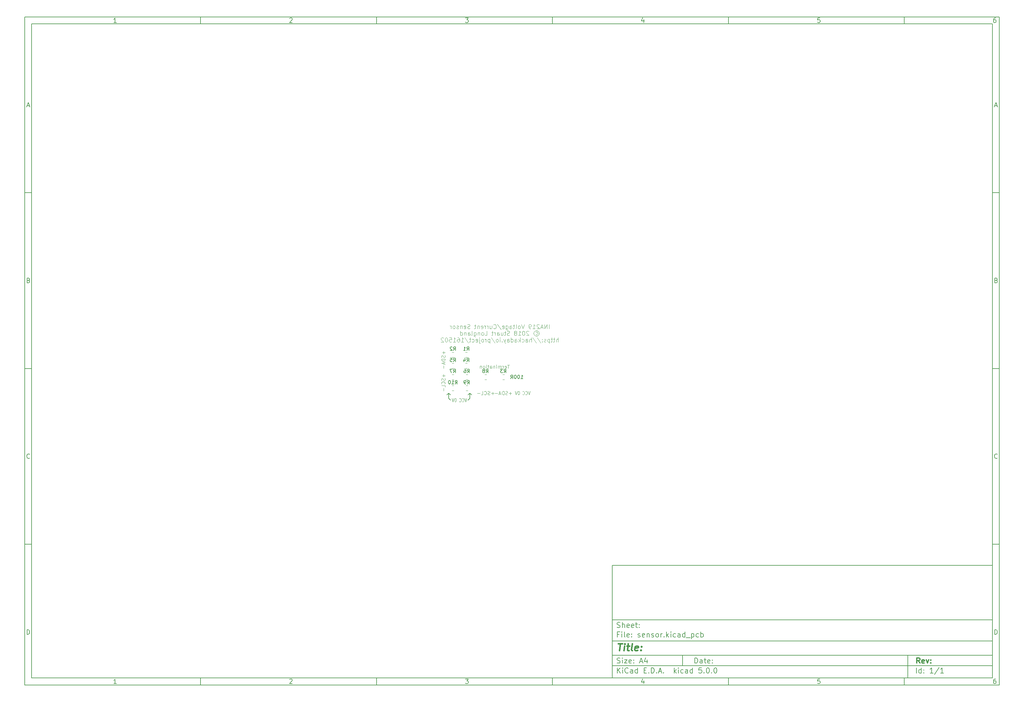
<source format=gbo>
G04 #@! TF.GenerationSoftware,KiCad,Pcbnew,5.0.0*
G04 #@! TF.CreationDate,2018-10-21T13:27:24+10:00*
G04 #@! TF.ProjectId,sensor,73656E736F722E6B696361645F706362,rev?*
G04 #@! TF.SameCoordinates,Original*
G04 #@! TF.FileFunction,Legend,Bot*
G04 #@! TF.FilePolarity,Positive*
%FSLAX46Y46*%
G04 Gerber Fmt 4.6, Leading zero omitted, Abs format (unit mm)*
G04 Created by KiCad (PCBNEW 5.0.0) date Sun Oct 21 13:27:24 2018*
%MOMM*%
%LPD*%
G01*
G04 APERTURE LIST*
%ADD10C,0.100000*%
%ADD11C,0.150000*%
%ADD12C,0.300000*%
%ADD13C,0.400000*%
%ADD14C,0.200000*%
%ADD15C,0.120000*%
G04 APERTURE END LIST*
D10*
D11*
X177002200Y-166007200D02*
X177002200Y-198007200D01*
X285002200Y-198007200D01*
X285002200Y-166007200D01*
X177002200Y-166007200D01*
D10*
D11*
X10000000Y-10000000D02*
X10000000Y-200007200D01*
X287002200Y-200007200D01*
X287002200Y-10000000D01*
X10000000Y-10000000D01*
D10*
D11*
X12000000Y-12000000D02*
X12000000Y-198007200D01*
X285002200Y-198007200D01*
X285002200Y-12000000D01*
X12000000Y-12000000D01*
D10*
D11*
X60000000Y-12000000D02*
X60000000Y-10000000D01*
D10*
D11*
X110000000Y-12000000D02*
X110000000Y-10000000D01*
D10*
D11*
X160000000Y-12000000D02*
X160000000Y-10000000D01*
D10*
D11*
X210000000Y-12000000D02*
X210000000Y-10000000D01*
D10*
D11*
X260000000Y-12000000D02*
X260000000Y-10000000D01*
D10*
D11*
X36065476Y-11588095D02*
X35322619Y-11588095D01*
X35694047Y-11588095D02*
X35694047Y-10288095D01*
X35570238Y-10473809D01*
X35446428Y-10597619D01*
X35322619Y-10659523D01*
D10*
D11*
X85322619Y-10411904D02*
X85384523Y-10350000D01*
X85508333Y-10288095D01*
X85817857Y-10288095D01*
X85941666Y-10350000D01*
X86003571Y-10411904D01*
X86065476Y-10535714D01*
X86065476Y-10659523D01*
X86003571Y-10845238D01*
X85260714Y-11588095D01*
X86065476Y-11588095D01*
D10*
D11*
X135260714Y-10288095D02*
X136065476Y-10288095D01*
X135632142Y-10783333D01*
X135817857Y-10783333D01*
X135941666Y-10845238D01*
X136003571Y-10907142D01*
X136065476Y-11030952D01*
X136065476Y-11340476D01*
X136003571Y-11464285D01*
X135941666Y-11526190D01*
X135817857Y-11588095D01*
X135446428Y-11588095D01*
X135322619Y-11526190D01*
X135260714Y-11464285D01*
D10*
D11*
X185941666Y-10721428D02*
X185941666Y-11588095D01*
X185632142Y-10226190D02*
X185322619Y-11154761D01*
X186127380Y-11154761D01*
D10*
D11*
X236003571Y-10288095D02*
X235384523Y-10288095D01*
X235322619Y-10907142D01*
X235384523Y-10845238D01*
X235508333Y-10783333D01*
X235817857Y-10783333D01*
X235941666Y-10845238D01*
X236003571Y-10907142D01*
X236065476Y-11030952D01*
X236065476Y-11340476D01*
X236003571Y-11464285D01*
X235941666Y-11526190D01*
X235817857Y-11588095D01*
X235508333Y-11588095D01*
X235384523Y-11526190D01*
X235322619Y-11464285D01*
D10*
D11*
X285941666Y-10288095D02*
X285694047Y-10288095D01*
X285570238Y-10350000D01*
X285508333Y-10411904D01*
X285384523Y-10597619D01*
X285322619Y-10845238D01*
X285322619Y-11340476D01*
X285384523Y-11464285D01*
X285446428Y-11526190D01*
X285570238Y-11588095D01*
X285817857Y-11588095D01*
X285941666Y-11526190D01*
X286003571Y-11464285D01*
X286065476Y-11340476D01*
X286065476Y-11030952D01*
X286003571Y-10907142D01*
X285941666Y-10845238D01*
X285817857Y-10783333D01*
X285570238Y-10783333D01*
X285446428Y-10845238D01*
X285384523Y-10907142D01*
X285322619Y-11030952D01*
D10*
D11*
X60000000Y-198007200D02*
X60000000Y-200007200D01*
D10*
D11*
X110000000Y-198007200D02*
X110000000Y-200007200D01*
D10*
D11*
X160000000Y-198007200D02*
X160000000Y-200007200D01*
D10*
D11*
X210000000Y-198007200D02*
X210000000Y-200007200D01*
D10*
D11*
X260000000Y-198007200D02*
X260000000Y-200007200D01*
D10*
D11*
X36065476Y-199595295D02*
X35322619Y-199595295D01*
X35694047Y-199595295D02*
X35694047Y-198295295D01*
X35570238Y-198481009D01*
X35446428Y-198604819D01*
X35322619Y-198666723D01*
D10*
D11*
X85322619Y-198419104D02*
X85384523Y-198357200D01*
X85508333Y-198295295D01*
X85817857Y-198295295D01*
X85941666Y-198357200D01*
X86003571Y-198419104D01*
X86065476Y-198542914D01*
X86065476Y-198666723D01*
X86003571Y-198852438D01*
X85260714Y-199595295D01*
X86065476Y-199595295D01*
D10*
D11*
X135260714Y-198295295D02*
X136065476Y-198295295D01*
X135632142Y-198790533D01*
X135817857Y-198790533D01*
X135941666Y-198852438D01*
X136003571Y-198914342D01*
X136065476Y-199038152D01*
X136065476Y-199347676D01*
X136003571Y-199471485D01*
X135941666Y-199533390D01*
X135817857Y-199595295D01*
X135446428Y-199595295D01*
X135322619Y-199533390D01*
X135260714Y-199471485D01*
D10*
D11*
X185941666Y-198728628D02*
X185941666Y-199595295D01*
X185632142Y-198233390D02*
X185322619Y-199161961D01*
X186127380Y-199161961D01*
D10*
D11*
X236003571Y-198295295D02*
X235384523Y-198295295D01*
X235322619Y-198914342D01*
X235384523Y-198852438D01*
X235508333Y-198790533D01*
X235817857Y-198790533D01*
X235941666Y-198852438D01*
X236003571Y-198914342D01*
X236065476Y-199038152D01*
X236065476Y-199347676D01*
X236003571Y-199471485D01*
X235941666Y-199533390D01*
X235817857Y-199595295D01*
X235508333Y-199595295D01*
X235384523Y-199533390D01*
X235322619Y-199471485D01*
D10*
D11*
X285941666Y-198295295D02*
X285694047Y-198295295D01*
X285570238Y-198357200D01*
X285508333Y-198419104D01*
X285384523Y-198604819D01*
X285322619Y-198852438D01*
X285322619Y-199347676D01*
X285384523Y-199471485D01*
X285446428Y-199533390D01*
X285570238Y-199595295D01*
X285817857Y-199595295D01*
X285941666Y-199533390D01*
X286003571Y-199471485D01*
X286065476Y-199347676D01*
X286065476Y-199038152D01*
X286003571Y-198914342D01*
X285941666Y-198852438D01*
X285817857Y-198790533D01*
X285570238Y-198790533D01*
X285446428Y-198852438D01*
X285384523Y-198914342D01*
X285322619Y-199038152D01*
D10*
D11*
X10000000Y-60000000D02*
X12000000Y-60000000D01*
D10*
D11*
X10000000Y-110000000D02*
X12000000Y-110000000D01*
D10*
D11*
X10000000Y-160000000D02*
X12000000Y-160000000D01*
D10*
D11*
X10690476Y-35216666D02*
X11309523Y-35216666D01*
X10566666Y-35588095D02*
X11000000Y-34288095D01*
X11433333Y-35588095D01*
D10*
D11*
X11092857Y-84907142D02*
X11278571Y-84969047D01*
X11340476Y-85030952D01*
X11402380Y-85154761D01*
X11402380Y-85340476D01*
X11340476Y-85464285D01*
X11278571Y-85526190D01*
X11154761Y-85588095D01*
X10659523Y-85588095D01*
X10659523Y-84288095D01*
X11092857Y-84288095D01*
X11216666Y-84350000D01*
X11278571Y-84411904D01*
X11340476Y-84535714D01*
X11340476Y-84659523D01*
X11278571Y-84783333D01*
X11216666Y-84845238D01*
X11092857Y-84907142D01*
X10659523Y-84907142D01*
D10*
D11*
X11402380Y-135464285D02*
X11340476Y-135526190D01*
X11154761Y-135588095D01*
X11030952Y-135588095D01*
X10845238Y-135526190D01*
X10721428Y-135402380D01*
X10659523Y-135278571D01*
X10597619Y-135030952D01*
X10597619Y-134845238D01*
X10659523Y-134597619D01*
X10721428Y-134473809D01*
X10845238Y-134350000D01*
X11030952Y-134288095D01*
X11154761Y-134288095D01*
X11340476Y-134350000D01*
X11402380Y-134411904D01*
D10*
D11*
X10659523Y-185588095D02*
X10659523Y-184288095D01*
X10969047Y-184288095D01*
X11154761Y-184350000D01*
X11278571Y-184473809D01*
X11340476Y-184597619D01*
X11402380Y-184845238D01*
X11402380Y-185030952D01*
X11340476Y-185278571D01*
X11278571Y-185402380D01*
X11154761Y-185526190D01*
X10969047Y-185588095D01*
X10659523Y-185588095D01*
D10*
D11*
X287002200Y-60000000D02*
X285002200Y-60000000D01*
D10*
D11*
X287002200Y-110000000D02*
X285002200Y-110000000D01*
D10*
D11*
X287002200Y-160000000D02*
X285002200Y-160000000D01*
D10*
D11*
X285692676Y-35216666D02*
X286311723Y-35216666D01*
X285568866Y-35588095D02*
X286002200Y-34288095D01*
X286435533Y-35588095D01*
D10*
D11*
X286095057Y-84907142D02*
X286280771Y-84969047D01*
X286342676Y-85030952D01*
X286404580Y-85154761D01*
X286404580Y-85340476D01*
X286342676Y-85464285D01*
X286280771Y-85526190D01*
X286156961Y-85588095D01*
X285661723Y-85588095D01*
X285661723Y-84288095D01*
X286095057Y-84288095D01*
X286218866Y-84350000D01*
X286280771Y-84411904D01*
X286342676Y-84535714D01*
X286342676Y-84659523D01*
X286280771Y-84783333D01*
X286218866Y-84845238D01*
X286095057Y-84907142D01*
X285661723Y-84907142D01*
D10*
D11*
X286404580Y-135464285D02*
X286342676Y-135526190D01*
X286156961Y-135588095D01*
X286033152Y-135588095D01*
X285847438Y-135526190D01*
X285723628Y-135402380D01*
X285661723Y-135278571D01*
X285599819Y-135030952D01*
X285599819Y-134845238D01*
X285661723Y-134597619D01*
X285723628Y-134473809D01*
X285847438Y-134350000D01*
X286033152Y-134288095D01*
X286156961Y-134288095D01*
X286342676Y-134350000D01*
X286404580Y-134411904D01*
D10*
D11*
X285661723Y-185588095D02*
X285661723Y-184288095D01*
X285971247Y-184288095D01*
X286156961Y-184350000D01*
X286280771Y-184473809D01*
X286342676Y-184597619D01*
X286404580Y-184845238D01*
X286404580Y-185030952D01*
X286342676Y-185278571D01*
X286280771Y-185402380D01*
X286156961Y-185526190D01*
X285971247Y-185588095D01*
X285661723Y-185588095D01*
D10*
D11*
X200434342Y-193785771D02*
X200434342Y-192285771D01*
X200791485Y-192285771D01*
X201005771Y-192357200D01*
X201148628Y-192500057D01*
X201220057Y-192642914D01*
X201291485Y-192928628D01*
X201291485Y-193142914D01*
X201220057Y-193428628D01*
X201148628Y-193571485D01*
X201005771Y-193714342D01*
X200791485Y-193785771D01*
X200434342Y-193785771D01*
X202577200Y-193785771D02*
X202577200Y-193000057D01*
X202505771Y-192857200D01*
X202362914Y-192785771D01*
X202077200Y-192785771D01*
X201934342Y-192857200D01*
X202577200Y-193714342D02*
X202434342Y-193785771D01*
X202077200Y-193785771D01*
X201934342Y-193714342D01*
X201862914Y-193571485D01*
X201862914Y-193428628D01*
X201934342Y-193285771D01*
X202077200Y-193214342D01*
X202434342Y-193214342D01*
X202577200Y-193142914D01*
X203077200Y-192785771D02*
X203648628Y-192785771D01*
X203291485Y-192285771D02*
X203291485Y-193571485D01*
X203362914Y-193714342D01*
X203505771Y-193785771D01*
X203648628Y-193785771D01*
X204720057Y-193714342D02*
X204577200Y-193785771D01*
X204291485Y-193785771D01*
X204148628Y-193714342D01*
X204077200Y-193571485D01*
X204077200Y-193000057D01*
X204148628Y-192857200D01*
X204291485Y-192785771D01*
X204577200Y-192785771D01*
X204720057Y-192857200D01*
X204791485Y-193000057D01*
X204791485Y-193142914D01*
X204077200Y-193285771D01*
X205434342Y-193642914D02*
X205505771Y-193714342D01*
X205434342Y-193785771D01*
X205362914Y-193714342D01*
X205434342Y-193642914D01*
X205434342Y-193785771D01*
X205434342Y-192857200D02*
X205505771Y-192928628D01*
X205434342Y-193000057D01*
X205362914Y-192928628D01*
X205434342Y-192857200D01*
X205434342Y-193000057D01*
D10*
D11*
X177002200Y-194507200D02*
X285002200Y-194507200D01*
D10*
D11*
X178434342Y-196585771D02*
X178434342Y-195085771D01*
X179291485Y-196585771D02*
X178648628Y-195728628D01*
X179291485Y-195085771D02*
X178434342Y-195942914D01*
X179934342Y-196585771D02*
X179934342Y-195585771D01*
X179934342Y-195085771D02*
X179862914Y-195157200D01*
X179934342Y-195228628D01*
X180005771Y-195157200D01*
X179934342Y-195085771D01*
X179934342Y-195228628D01*
X181505771Y-196442914D02*
X181434342Y-196514342D01*
X181220057Y-196585771D01*
X181077200Y-196585771D01*
X180862914Y-196514342D01*
X180720057Y-196371485D01*
X180648628Y-196228628D01*
X180577200Y-195942914D01*
X180577200Y-195728628D01*
X180648628Y-195442914D01*
X180720057Y-195300057D01*
X180862914Y-195157200D01*
X181077200Y-195085771D01*
X181220057Y-195085771D01*
X181434342Y-195157200D01*
X181505771Y-195228628D01*
X182791485Y-196585771D02*
X182791485Y-195800057D01*
X182720057Y-195657200D01*
X182577200Y-195585771D01*
X182291485Y-195585771D01*
X182148628Y-195657200D01*
X182791485Y-196514342D02*
X182648628Y-196585771D01*
X182291485Y-196585771D01*
X182148628Y-196514342D01*
X182077200Y-196371485D01*
X182077200Y-196228628D01*
X182148628Y-196085771D01*
X182291485Y-196014342D01*
X182648628Y-196014342D01*
X182791485Y-195942914D01*
X184148628Y-196585771D02*
X184148628Y-195085771D01*
X184148628Y-196514342D02*
X184005771Y-196585771D01*
X183720057Y-196585771D01*
X183577200Y-196514342D01*
X183505771Y-196442914D01*
X183434342Y-196300057D01*
X183434342Y-195871485D01*
X183505771Y-195728628D01*
X183577200Y-195657200D01*
X183720057Y-195585771D01*
X184005771Y-195585771D01*
X184148628Y-195657200D01*
X186005771Y-195800057D02*
X186505771Y-195800057D01*
X186720057Y-196585771D02*
X186005771Y-196585771D01*
X186005771Y-195085771D01*
X186720057Y-195085771D01*
X187362914Y-196442914D02*
X187434342Y-196514342D01*
X187362914Y-196585771D01*
X187291485Y-196514342D01*
X187362914Y-196442914D01*
X187362914Y-196585771D01*
X188077200Y-196585771D02*
X188077200Y-195085771D01*
X188434342Y-195085771D01*
X188648628Y-195157200D01*
X188791485Y-195300057D01*
X188862914Y-195442914D01*
X188934342Y-195728628D01*
X188934342Y-195942914D01*
X188862914Y-196228628D01*
X188791485Y-196371485D01*
X188648628Y-196514342D01*
X188434342Y-196585771D01*
X188077200Y-196585771D01*
X189577200Y-196442914D02*
X189648628Y-196514342D01*
X189577200Y-196585771D01*
X189505771Y-196514342D01*
X189577200Y-196442914D01*
X189577200Y-196585771D01*
X190220057Y-196157200D02*
X190934342Y-196157200D01*
X190077200Y-196585771D02*
X190577200Y-195085771D01*
X191077200Y-196585771D01*
X191577200Y-196442914D02*
X191648628Y-196514342D01*
X191577200Y-196585771D01*
X191505771Y-196514342D01*
X191577200Y-196442914D01*
X191577200Y-196585771D01*
X194577200Y-196585771D02*
X194577200Y-195085771D01*
X194720057Y-196014342D02*
X195148628Y-196585771D01*
X195148628Y-195585771D02*
X194577200Y-196157200D01*
X195791485Y-196585771D02*
X195791485Y-195585771D01*
X195791485Y-195085771D02*
X195720057Y-195157200D01*
X195791485Y-195228628D01*
X195862914Y-195157200D01*
X195791485Y-195085771D01*
X195791485Y-195228628D01*
X197148628Y-196514342D02*
X197005771Y-196585771D01*
X196720057Y-196585771D01*
X196577200Y-196514342D01*
X196505771Y-196442914D01*
X196434342Y-196300057D01*
X196434342Y-195871485D01*
X196505771Y-195728628D01*
X196577200Y-195657200D01*
X196720057Y-195585771D01*
X197005771Y-195585771D01*
X197148628Y-195657200D01*
X198434342Y-196585771D02*
X198434342Y-195800057D01*
X198362914Y-195657200D01*
X198220057Y-195585771D01*
X197934342Y-195585771D01*
X197791485Y-195657200D01*
X198434342Y-196514342D02*
X198291485Y-196585771D01*
X197934342Y-196585771D01*
X197791485Y-196514342D01*
X197720057Y-196371485D01*
X197720057Y-196228628D01*
X197791485Y-196085771D01*
X197934342Y-196014342D01*
X198291485Y-196014342D01*
X198434342Y-195942914D01*
X199791485Y-196585771D02*
X199791485Y-195085771D01*
X199791485Y-196514342D02*
X199648628Y-196585771D01*
X199362914Y-196585771D01*
X199220057Y-196514342D01*
X199148628Y-196442914D01*
X199077200Y-196300057D01*
X199077200Y-195871485D01*
X199148628Y-195728628D01*
X199220057Y-195657200D01*
X199362914Y-195585771D01*
X199648628Y-195585771D01*
X199791485Y-195657200D01*
X202362914Y-195085771D02*
X201648628Y-195085771D01*
X201577200Y-195800057D01*
X201648628Y-195728628D01*
X201791485Y-195657200D01*
X202148628Y-195657200D01*
X202291485Y-195728628D01*
X202362914Y-195800057D01*
X202434342Y-195942914D01*
X202434342Y-196300057D01*
X202362914Y-196442914D01*
X202291485Y-196514342D01*
X202148628Y-196585771D01*
X201791485Y-196585771D01*
X201648628Y-196514342D01*
X201577200Y-196442914D01*
X203077200Y-196442914D02*
X203148628Y-196514342D01*
X203077200Y-196585771D01*
X203005771Y-196514342D01*
X203077200Y-196442914D01*
X203077200Y-196585771D01*
X204077200Y-195085771D02*
X204220057Y-195085771D01*
X204362914Y-195157200D01*
X204434342Y-195228628D01*
X204505771Y-195371485D01*
X204577200Y-195657200D01*
X204577200Y-196014342D01*
X204505771Y-196300057D01*
X204434342Y-196442914D01*
X204362914Y-196514342D01*
X204220057Y-196585771D01*
X204077200Y-196585771D01*
X203934342Y-196514342D01*
X203862914Y-196442914D01*
X203791485Y-196300057D01*
X203720057Y-196014342D01*
X203720057Y-195657200D01*
X203791485Y-195371485D01*
X203862914Y-195228628D01*
X203934342Y-195157200D01*
X204077200Y-195085771D01*
X205220057Y-196442914D02*
X205291485Y-196514342D01*
X205220057Y-196585771D01*
X205148628Y-196514342D01*
X205220057Y-196442914D01*
X205220057Y-196585771D01*
X206220057Y-195085771D02*
X206362914Y-195085771D01*
X206505771Y-195157200D01*
X206577200Y-195228628D01*
X206648628Y-195371485D01*
X206720057Y-195657200D01*
X206720057Y-196014342D01*
X206648628Y-196300057D01*
X206577200Y-196442914D01*
X206505771Y-196514342D01*
X206362914Y-196585771D01*
X206220057Y-196585771D01*
X206077200Y-196514342D01*
X206005771Y-196442914D01*
X205934342Y-196300057D01*
X205862914Y-196014342D01*
X205862914Y-195657200D01*
X205934342Y-195371485D01*
X206005771Y-195228628D01*
X206077200Y-195157200D01*
X206220057Y-195085771D01*
D10*
D11*
X177002200Y-191507200D02*
X285002200Y-191507200D01*
D10*
D12*
X264411485Y-193785771D02*
X263911485Y-193071485D01*
X263554342Y-193785771D02*
X263554342Y-192285771D01*
X264125771Y-192285771D01*
X264268628Y-192357200D01*
X264340057Y-192428628D01*
X264411485Y-192571485D01*
X264411485Y-192785771D01*
X264340057Y-192928628D01*
X264268628Y-193000057D01*
X264125771Y-193071485D01*
X263554342Y-193071485D01*
X265625771Y-193714342D02*
X265482914Y-193785771D01*
X265197200Y-193785771D01*
X265054342Y-193714342D01*
X264982914Y-193571485D01*
X264982914Y-193000057D01*
X265054342Y-192857200D01*
X265197200Y-192785771D01*
X265482914Y-192785771D01*
X265625771Y-192857200D01*
X265697200Y-193000057D01*
X265697200Y-193142914D01*
X264982914Y-193285771D01*
X266197200Y-192785771D02*
X266554342Y-193785771D01*
X266911485Y-192785771D01*
X267482914Y-193642914D02*
X267554342Y-193714342D01*
X267482914Y-193785771D01*
X267411485Y-193714342D01*
X267482914Y-193642914D01*
X267482914Y-193785771D01*
X267482914Y-192857200D02*
X267554342Y-192928628D01*
X267482914Y-193000057D01*
X267411485Y-192928628D01*
X267482914Y-192857200D01*
X267482914Y-193000057D01*
D10*
D11*
X178362914Y-193714342D02*
X178577200Y-193785771D01*
X178934342Y-193785771D01*
X179077200Y-193714342D01*
X179148628Y-193642914D01*
X179220057Y-193500057D01*
X179220057Y-193357200D01*
X179148628Y-193214342D01*
X179077200Y-193142914D01*
X178934342Y-193071485D01*
X178648628Y-193000057D01*
X178505771Y-192928628D01*
X178434342Y-192857200D01*
X178362914Y-192714342D01*
X178362914Y-192571485D01*
X178434342Y-192428628D01*
X178505771Y-192357200D01*
X178648628Y-192285771D01*
X179005771Y-192285771D01*
X179220057Y-192357200D01*
X179862914Y-193785771D02*
X179862914Y-192785771D01*
X179862914Y-192285771D02*
X179791485Y-192357200D01*
X179862914Y-192428628D01*
X179934342Y-192357200D01*
X179862914Y-192285771D01*
X179862914Y-192428628D01*
X180434342Y-192785771D02*
X181220057Y-192785771D01*
X180434342Y-193785771D01*
X181220057Y-193785771D01*
X182362914Y-193714342D02*
X182220057Y-193785771D01*
X181934342Y-193785771D01*
X181791485Y-193714342D01*
X181720057Y-193571485D01*
X181720057Y-193000057D01*
X181791485Y-192857200D01*
X181934342Y-192785771D01*
X182220057Y-192785771D01*
X182362914Y-192857200D01*
X182434342Y-193000057D01*
X182434342Y-193142914D01*
X181720057Y-193285771D01*
X183077200Y-193642914D02*
X183148628Y-193714342D01*
X183077200Y-193785771D01*
X183005771Y-193714342D01*
X183077200Y-193642914D01*
X183077200Y-193785771D01*
X183077200Y-192857200D02*
X183148628Y-192928628D01*
X183077200Y-193000057D01*
X183005771Y-192928628D01*
X183077200Y-192857200D01*
X183077200Y-193000057D01*
X184862914Y-193357200D02*
X185577200Y-193357200D01*
X184720057Y-193785771D02*
X185220057Y-192285771D01*
X185720057Y-193785771D01*
X186862914Y-192785771D02*
X186862914Y-193785771D01*
X186505771Y-192214342D02*
X186148628Y-193285771D01*
X187077200Y-193285771D01*
D10*
D11*
X263434342Y-196585771D02*
X263434342Y-195085771D01*
X264791485Y-196585771D02*
X264791485Y-195085771D01*
X264791485Y-196514342D02*
X264648628Y-196585771D01*
X264362914Y-196585771D01*
X264220057Y-196514342D01*
X264148628Y-196442914D01*
X264077200Y-196300057D01*
X264077200Y-195871485D01*
X264148628Y-195728628D01*
X264220057Y-195657200D01*
X264362914Y-195585771D01*
X264648628Y-195585771D01*
X264791485Y-195657200D01*
X265505771Y-196442914D02*
X265577200Y-196514342D01*
X265505771Y-196585771D01*
X265434342Y-196514342D01*
X265505771Y-196442914D01*
X265505771Y-196585771D01*
X265505771Y-195657200D02*
X265577200Y-195728628D01*
X265505771Y-195800057D01*
X265434342Y-195728628D01*
X265505771Y-195657200D01*
X265505771Y-195800057D01*
X268148628Y-196585771D02*
X267291485Y-196585771D01*
X267720057Y-196585771D02*
X267720057Y-195085771D01*
X267577200Y-195300057D01*
X267434342Y-195442914D01*
X267291485Y-195514342D01*
X269862914Y-195014342D02*
X268577200Y-196942914D01*
X271148628Y-196585771D02*
X270291485Y-196585771D01*
X270720057Y-196585771D02*
X270720057Y-195085771D01*
X270577200Y-195300057D01*
X270434342Y-195442914D01*
X270291485Y-195514342D01*
D10*
D11*
X177002200Y-187507200D02*
X285002200Y-187507200D01*
D10*
D13*
X178714580Y-188211961D02*
X179857438Y-188211961D01*
X179036009Y-190211961D02*
X179286009Y-188211961D01*
X180274104Y-190211961D02*
X180440771Y-188878628D01*
X180524104Y-188211961D02*
X180416961Y-188307200D01*
X180500295Y-188402438D01*
X180607438Y-188307200D01*
X180524104Y-188211961D01*
X180500295Y-188402438D01*
X181107438Y-188878628D02*
X181869342Y-188878628D01*
X181476485Y-188211961D02*
X181262200Y-189926247D01*
X181333628Y-190116723D01*
X181512200Y-190211961D01*
X181702676Y-190211961D01*
X182655057Y-190211961D02*
X182476485Y-190116723D01*
X182405057Y-189926247D01*
X182619342Y-188211961D01*
X184190771Y-190116723D02*
X183988390Y-190211961D01*
X183607438Y-190211961D01*
X183428866Y-190116723D01*
X183357438Y-189926247D01*
X183452676Y-189164342D01*
X183571723Y-188973866D01*
X183774104Y-188878628D01*
X184155057Y-188878628D01*
X184333628Y-188973866D01*
X184405057Y-189164342D01*
X184381247Y-189354819D01*
X183405057Y-189545295D01*
X185155057Y-190021485D02*
X185238390Y-190116723D01*
X185131247Y-190211961D01*
X185047914Y-190116723D01*
X185155057Y-190021485D01*
X185131247Y-190211961D01*
X185286009Y-188973866D02*
X185369342Y-189069104D01*
X185262200Y-189164342D01*
X185178866Y-189069104D01*
X185286009Y-188973866D01*
X185262200Y-189164342D01*
D10*
D11*
X178934342Y-185600057D02*
X178434342Y-185600057D01*
X178434342Y-186385771D02*
X178434342Y-184885771D01*
X179148628Y-184885771D01*
X179720057Y-186385771D02*
X179720057Y-185385771D01*
X179720057Y-184885771D02*
X179648628Y-184957200D01*
X179720057Y-185028628D01*
X179791485Y-184957200D01*
X179720057Y-184885771D01*
X179720057Y-185028628D01*
X180648628Y-186385771D02*
X180505771Y-186314342D01*
X180434342Y-186171485D01*
X180434342Y-184885771D01*
X181791485Y-186314342D02*
X181648628Y-186385771D01*
X181362914Y-186385771D01*
X181220057Y-186314342D01*
X181148628Y-186171485D01*
X181148628Y-185600057D01*
X181220057Y-185457200D01*
X181362914Y-185385771D01*
X181648628Y-185385771D01*
X181791485Y-185457200D01*
X181862914Y-185600057D01*
X181862914Y-185742914D01*
X181148628Y-185885771D01*
X182505771Y-186242914D02*
X182577200Y-186314342D01*
X182505771Y-186385771D01*
X182434342Y-186314342D01*
X182505771Y-186242914D01*
X182505771Y-186385771D01*
X182505771Y-185457200D02*
X182577200Y-185528628D01*
X182505771Y-185600057D01*
X182434342Y-185528628D01*
X182505771Y-185457200D01*
X182505771Y-185600057D01*
X184291485Y-186314342D02*
X184434342Y-186385771D01*
X184720057Y-186385771D01*
X184862914Y-186314342D01*
X184934342Y-186171485D01*
X184934342Y-186100057D01*
X184862914Y-185957200D01*
X184720057Y-185885771D01*
X184505771Y-185885771D01*
X184362914Y-185814342D01*
X184291485Y-185671485D01*
X184291485Y-185600057D01*
X184362914Y-185457200D01*
X184505771Y-185385771D01*
X184720057Y-185385771D01*
X184862914Y-185457200D01*
X186148628Y-186314342D02*
X186005771Y-186385771D01*
X185720057Y-186385771D01*
X185577200Y-186314342D01*
X185505771Y-186171485D01*
X185505771Y-185600057D01*
X185577200Y-185457200D01*
X185720057Y-185385771D01*
X186005771Y-185385771D01*
X186148628Y-185457200D01*
X186220057Y-185600057D01*
X186220057Y-185742914D01*
X185505771Y-185885771D01*
X186862914Y-185385771D02*
X186862914Y-186385771D01*
X186862914Y-185528628D02*
X186934342Y-185457200D01*
X187077200Y-185385771D01*
X187291485Y-185385771D01*
X187434342Y-185457200D01*
X187505771Y-185600057D01*
X187505771Y-186385771D01*
X188148628Y-186314342D02*
X188291485Y-186385771D01*
X188577200Y-186385771D01*
X188720057Y-186314342D01*
X188791485Y-186171485D01*
X188791485Y-186100057D01*
X188720057Y-185957200D01*
X188577200Y-185885771D01*
X188362914Y-185885771D01*
X188220057Y-185814342D01*
X188148628Y-185671485D01*
X188148628Y-185600057D01*
X188220057Y-185457200D01*
X188362914Y-185385771D01*
X188577200Y-185385771D01*
X188720057Y-185457200D01*
X189648628Y-186385771D02*
X189505771Y-186314342D01*
X189434342Y-186242914D01*
X189362914Y-186100057D01*
X189362914Y-185671485D01*
X189434342Y-185528628D01*
X189505771Y-185457200D01*
X189648628Y-185385771D01*
X189862914Y-185385771D01*
X190005771Y-185457200D01*
X190077200Y-185528628D01*
X190148628Y-185671485D01*
X190148628Y-186100057D01*
X190077200Y-186242914D01*
X190005771Y-186314342D01*
X189862914Y-186385771D01*
X189648628Y-186385771D01*
X190791485Y-186385771D02*
X190791485Y-185385771D01*
X190791485Y-185671485D02*
X190862914Y-185528628D01*
X190934342Y-185457200D01*
X191077200Y-185385771D01*
X191220057Y-185385771D01*
X191720057Y-186242914D02*
X191791485Y-186314342D01*
X191720057Y-186385771D01*
X191648628Y-186314342D01*
X191720057Y-186242914D01*
X191720057Y-186385771D01*
X192434342Y-186385771D02*
X192434342Y-184885771D01*
X192577200Y-185814342D02*
X193005771Y-186385771D01*
X193005771Y-185385771D02*
X192434342Y-185957200D01*
X193648628Y-186385771D02*
X193648628Y-185385771D01*
X193648628Y-184885771D02*
X193577200Y-184957200D01*
X193648628Y-185028628D01*
X193720057Y-184957200D01*
X193648628Y-184885771D01*
X193648628Y-185028628D01*
X195005771Y-186314342D02*
X194862914Y-186385771D01*
X194577200Y-186385771D01*
X194434342Y-186314342D01*
X194362914Y-186242914D01*
X194291485Y-186100057D01*
X194291485Y-185671485D01*
X194362914Y-185528628D01*
X194434342Y-185457200D01*
X194577200Y-185385771D01*
X194862914Y-185385771D01*
X195005771Y-185457200D01*
X196291485Y-186385771D02*
X196291485Y-185600057D01*
X196220057Y-185457200D01*
X196077200Y-185385771D01*
X195791485Y-185385771D01*
X195648628Y-185457200D01*
X196291485Y-186314342D02*
X196148628Y-186385771D01*
X195791485Y-186385771D01*
X195648628Y-186314342D01*
X195577200Y-186171485D01*
X195577200Y-186028628D01*
X195648628Y-185885771D01*
X195791485Y-185814342D01*
X196148628Y-185814342D01*
X196291485Y-185742914D01*
X197648628Y-186385771D02*
X197648628Y-184885771D01*
X197648628Y-186314342D02*
X197505771Y-186385771D01*
X197220057Y-186385771D01*
X197077200Y-186314342D01*
X197005771Y-186242914D01*
X196934342Y-186100057D01*
X196934342Y-185671485D01*
X197005771Y-185528628D01*
X197077200Y-185457200D01*
X197220057Y-185385771D01*
X197505771Y-185385771D01*
X197648628Y-185457200D01*
X198005771Y-186528628D02*
X199148628Y-186528628D01*
X199505771Y-185385771D02*
X199505771Y-186885771D01*
X199505771Y-185457200D02*
X199648628Y-185385771D01*
X199934342Y-185385771D01*
X200077200Y-185457200D01*
X200148628Y-185528628D01*
X200220057Y-185671485D01*
X200220057Y-186100057D01*
X200148628Y-186242914D01*
X200077200Y-186314342D01*
X199934342Y-186385771D01*
X199648628Y-186385771D01*
X199505771Y-186314342D01*
X201505771Y-186314342D02*
X201362914Y-186385771D01*
X201077200Y-186385771D01*
X200934342Y-186314342D01*
X200862914Y-186242914D01*
X200791485Y-186100057D01*
X200791485Y-185671485D01*
X200862914Y-185528628D01*
X200934342Y-185457200D01*
X201077200Y-185385771D01*
X201362914Y-185385771D01*
X201505771Y-185457200D01*
X202148628Y-186385771D02*
X202148628Y-184885771D01*
X202148628Y-185457200D02*
X202291485Y-185385771D01*
X202577200Y-185385771D01*
X202720057Y-185457200D01*
X202791485Y-185528628D01*
X202862914Y-185671485D01*
X202862914Y-186100057D01*
X202791485Y-186242914D01*
X202720057Y-186314342D01*
X202577200Y-186385771D01*
X202291485Y-186385771D01*
X202148628Y-186314342D01*
D10*
D11*
X177002200Y-181507200D02*
X285002200Y-181507200D01*
D10*
D11*
X178362914Y-183614342D02*
X178577200Y-183685771D01*
X178934342Y-183685771D01*
X179077200Y-183614342D01*
X179148628Y-183542914D01*
X179220057Y-183400057D01*
X179220057Y-183257200D01*
X179148628Y-183114342D01*
X179077200Y-183042914D01*
X178934342Y-182971485D01*
X178648628Y-182900057D01*
X178505771Y-182828628D01*
X178434342Y-182757200D01*
X178362914Y-182614342D01*
X178362914Y-182471485D01*
X178434342Y-182328628D01*
X178505771Y-182257200D01*
X178648628Y-182185771D01*
X179005771Y-182185771D01*
X179220057Y-182257200D01*
X179862914Y-183685771D02*
X179862914Y-182185771D01*
X180505771Y-183685771D02*
X180505771Y-182900057D01*
X180434342Y-182757200D01*
X180291485Y-182685771D01*
X180077200Y-182685771D01*
X179934342Y-182757200D01*
X179862914Y-182828628D01*
X181791485Y-183614342D02*
X181648628Y-183685771D01*
X181362914Y-183685771D01*
X181220057Y-183614342D01*
X181148628Y-183471485D01*
X181148628Y-182900057D01*
X181220057Y-182757200D01*
X181362914Y-182685771D01*
X181648628Y-182685771D01*
X181791485Y-182757200D01*
X181862914Y-182900057D01*
X181862914Y-183042914D01*
X181148628Y-183185771D01*
X183077200Y-183614342D02*
X182934342Y-183685771D01*
X182648628Y-183685771D01*
X182505771Y-183614342D01*
X182434342Y-183471485D01*
X182434342Y-182900057D01*
X182505771Y-182757200D01*
X182648628Y-182685771D01*
X182934342Y-182685771D01*
X183077200Y-182757200D01*
X183148628Y-182900057D01*
X183148628Y-183042914D01*
X182434342Y-183185771D01*
X183577200Y-182685771D02*
X184148628Y-182685771D01*
X183791485Y-182185771D02*
X183791485Y-183471485D01*
X183862914Y-183614342D01*
X184005771Y-183685771D01*
X184148628Y-183685771D01*
X184648628Y-183542914D02*
X184720057Y-183614342D01*
X184648628Y-183685771D01*
X184577200Y-183614342D01*
X184648628Y-183542914D01*
X184648628Y-183685771D01*
X184648628Y-182757200D02*
X184720057Y-182828628D01*
X184648628Y-182900057D01*
X184577200Y-182828628D01*
X184648628Y-182757200D01*
X184648628Y-182900057D01*
D10*
D11*
X197002200Y-191507200D02*
X197002200Y-194507200D01*
D10*
D11*
X261002200Y-191507200D02*
X261002200Y-198007200D01*
D14*
X136500000Y-117000000D02*
X136000000Y-117500000D01*
X137000000Y-117500000D02*
X136500000Y-117000000D01*
X136500000Y-117000000D02*
X137000000Y-117500000D01*
X136500000Y-118500000D02*
X136500000Y-117000000D01*
X136000000Y-119000000D02*
X136500000Y-118500000D01*
X130000000Y-117500000D02*
X130500000Y-117000000D01*
X131000000Y-117500000D02*
X130500000Y-117000000D01*
X130500000Y-118500000D02*
X130500000Y-117000000D01*
X131000000Y-119000000D02*
X130500000Y-118500000D01*
D10*
X135595238Y-118452380D02*
X135328571Y-119452380D01*
X135061904Y-118452380D01*
X134338095Y-119357142D02*
X134376190Y-119404761D01*
X134490476Y-119452380D01*
X134566666Y-119452380D01*
X134680952Y-119404761D01*
X134757142Y-119309523D01*
X134795238Y-119214285D01*
X134833333Y-119023809D01*
X134833333Y-118880952D01*
X134795238Y-118690476D01*
X134757142Y-118595238D01*
X134680952Y-118500000D01*
X134566666Y-118452380D01*
X134490476Y-118452380D01*
X134376190Y-118500000D01*
X134338095Y-118547619D01*
X133538095Y-119357142D02*
X133576190Y-119404761D01*
X133690476Y-119452380D01*
X133766666Y-119452380D01*
X133880952Y-119404761D01*
X133957142Y-119309523D01*
X133995238Y-119214285D01*
X134033333Y-119023809D01*
X134033333Y-118880952D01*
X133995238Y-118690476D01*
X133957142Y-118595238D01*
X133880952Y-118500000D01*
X133766666Y-118452380D01*
X133690476Y-118452380D01*
X133576190Y-118500000D01*
X133538095Y-118547619D01*
X132433333Y-118452380D02*
X132357142Y-118452380D01*
X132280952Y-118500000D01*
X132242857Y-118547619D01*
X132204761Y-118642857D01*
X132166666Y-118833333D01*
X132166666Y-119071428D01*
X132204761Y-119261904D01*
X132242857Y-119357142D01*
X132280952Y-119404761D01*
X132357142Y-119452380D01*
X132433333Y-119452380D01*
X132509523Y-119404761D01*
X132547619Y-119357142D01*
X132585714Y-119261904D01*
X132623809Y-119071428D01*
X132623809Y-118833333D01*
X132585714Y-118642857D01*
X132547619Y-118547619D01*
X132509523Y-118500000D01*
X132433333Y-118452380D01*
X131938095Y-118452380D02*
X131671428Y-119452380D01*
X131404761Y-118452380D01*
X129071428Y-105095238D02*
X129071428Y-105857142D01*
X129452380Y-105476190D02*
X128690476Y-105476190D01*
X129404761Y-106285714D02*
X129452380Y-106428571D01*
X129452380Y-106666666D01*
X129404761Y-106761904D01*
X129357142Y-106809523D01*
X129261904Y-106857142D01*
X129166666Y-106857142D01*
X129071428Y-106809523D01*
X129023809Y-106761904D01*
X128976190Y-106666666D01*
X128928571Y-106476190D01*
X128880952Y-106380952D01*
X128833333Y-106333333D01*
X128738095Y-106285714D01*
X128642857Y-106285714D01*
X128547619Y-106333333D01*
X128500000Y-106380952D01*
X128452380Y-106476190D01*
X128452380Y-106714285D01*
X128500000Y-106857142D01*
X129452380Y-107285714D02*
X128452380Y-107285714D01*
X128452380Y-107523809D01*
X128500000Y-107666666D01*
X128595238Y-107761904D01*
X128690476Y-107809523D01*
X128880952Y-107857142D01*
X129023809Y-107857142D01*
X129214285Y-107809523D01*
X129309523Y-107761904D01*
X129404761Y-107666666D01*
X129452380Y-107523809D01*
X129452380Y-107285714D01*
X129166666Y-108238095D02*
X129166666Y-108714285D01*
X129452380Y-108142857D02*
X128452380Y-108476190D01*
X129452380Y-108809523D01*
X129071428Y-109142857D02*
X129071428Y-109904761D01*
X129071428Y-111619047D02*
X129071428Y-112380952D01*
X129452380Y-112000000D02*
X128690476Y-112000000D01*
X129404761Y-112809523D02*
X129452380Y-112952380D01*
X129452380Y-113190476D01*
X129404761Y-113285714D01*
X129357142Y-113333333D01*
X129261904Y-113380952D01*
X129166666Y-113380952D01*
X129071428Y-113333333D01*
X129023809Y-113285714D01*
X128976190Y-113190476D01*
X128928571Y-113000000D01*
X128880952Y-112904761D01*
X128833333Y-112857142D01*
X128738095Y-112809523D01*
X128642857Y-112809523D01*
X128547619Y-112857142D01*
X128500000Y-112904761D01*
X128452380Y-113000000D01*
X128452380Y-113238095D01*
X128500000Y-113380952D01*
X129357142Y-114380952D02*
X129404761Y-114333333D01*
X129452380Y-114190476D01*
X129452380Y-114095238D01*
X129404761Y-113952380D01*
X129309523Y-113857142D01*
X129214285Y-113809523D01*
X129023809Y-113761904D01*
X128880952Y-113761904D01*
X128690476Y-113809523D01*
X128595238Y-113857142D01*
X128500000Y-113952380D01*
X128452380Y-114095238D01*
X128452380Y-114190476D01*
X128500000Y-114333333D01*
X128547619Y-114380952D01*
X129452380Y-115285714D02*
X129452380Y-114809523D01*
X128452380Y-114809523D01*
X129071428Y-115619047D02*
X129071428Y-116380952D01*
X153595238Y-116452380D02*
X153328571Y-117452380D01*
X153061904Y-116452380D01*
X152338095Y-117357142D02*
X152376190Y-117404761D01*
X152490476Y-117452380D01*
X152566666Y-117452380D01*
X152680952Y-117404761D01*
X152757142Y-117309523D01*
X152795238Y-117214285D01*
X152833333Y-117023809D01*
X152833333Y-116880952D01*
X152795238Y-116690476D01*
X152757142Y-116595238D01*
X152680952Y-116500000D01*
X152566666Y-116452380D01*
X152490476Y-116452380D01*
X152376190Y-116500000D01*
X152338095Y-116547619D01*
X151538095Y-117357142D02*
X151576190Y-117404761D01*
X151690476Y-117452380D01*
X151766666Y-117452380D01*
X151880952Y-117404761D01*
X151957142Y-117309523D01*
X151995238Y-117214285D01*
X152033333Y-117023809D01*
X152033333Y-116880952D01*
X151995238Y-116690476D01*
X151957142Y-116595238D01*
X151880952Y-116500000D01*
X151766666Y-116452380D01*
X151690476Y-116452380D01*
X151576190Y-116500000D01*
X151538095Y-116547619D01*
X150433333Y-116452380D02*
X150357142Y-116452380D01*
X150280952Y-116500000D01*
X150242857Y-116547619D01*
X150204761Y-116642857D01*
X150166666Y-116833333D01*
X150166666Y-117071428D01*
X150204761Y-117261904D01*
X150242857Y-117357142D01*
X150280952Y-117404761D01*
X150357142Y-117452380D01*
X150433333Y-117452380D01*
X150509523Y-117404761D01*
X150547619Y-117357142D01*
X150585714Y-117261904D01*
X150623809Y-117071428D01*
X150623809Y-116833333D01*
X150585714Y-116642857D01*
X150547619Y-116547619D01*
X150509523Y-116500000D01*
X150433333Y-116452380D01*
X149938095Y-116452380D02*
X149671428Y-117452380D01*
X149404761Y-116452380D01*
X143380952Y-117071428D02*
X142619047Y-117071428D01*
X143000000Y-117452380D02*
X143000000Y-116690476D01*
X142190476Y-117404761D02*
X142047619Y-117452380D01*
X141809523Y-117452380D01*
X141714285Y-117404761D01*
X141666666Y-117357142D01*
X141619047Y-117261904D01*
X141619047Y-117166666D01*
X141666666Y-117071428D01*
X141714285Y-117023809D01*
X141809523Y-116976190D01*
X142000000Y-116928571D01*
X142095238Y-116880952D01*
X142142857Y-116833333D01*
X142190476Y-116738095D01*
X142190476Y-116642857D01*
X142142857Y-116547619D01*
X142095238Y-116500000D01*
X142000000Y-116452380D01*
X141761904Y-116452380D01*
X141619047Y-116500000D01*
X140619047Y-117357142D02*
X140666666Y-117404761D01*
X140809523Y-117452380D01*
X140904761Y-117452380D01*
X141047619Y-117404761D01*
X141142857Y-117309523D01*
X141190476Y-117214285D01*
X141238095Y-117023809D01*
X141238095Y-116880952D01*
X141190476Y-116690476D01*
X141142857Y-116595238D01*
X141047619Y-116500000D01*
X140904761Y-116452380D01*
X140809523Y-116452380D01*
X140666666Y-116500000D01*
X140619047Y-116547619D01*
X139714285Y-117452380D02*
X140190476Y-117452380D01*
X140190476Y-116452380D01*
X139380952Y-117071428D02*
X138619047Y-117071428D01*
X148404761Y-117071428D02*
X147642857Y-117071428D01*
X148023809Y-117452380D02*
X148023809Y-116690476D01*
X147214285Y-117404761D02*
X147071428Y-117452380D01*
X146833333Y-117452380D01*
X146738095Y-117404761D01*
X146690476Y-117357142D01*
X146642857Y-117261904D01*
X146642857Y-117166666D01*
X146690476Y-117071428D01*
X146738095Y-117023809D01*
X146833333Y-116976190D01*
X147023809Y-116928571D01*
X147119047Y-116880952D01*
X147166666Y-116833333D01*
X147214285Y-116738095D01*
X147214285Y-116642857D01*
X147166666Y-116547619D01*
X147119047Y-116500000D01*
X147023809Y-116452380D01*
X146785714Y-116452380D01*
X146642857Y-116500000D01*
X146214285Y-117452380D02*
X146214285Y-116452380D01*
X145976190Y-116452380D01*
X145833333Y-116500000D01*
X145738095Y-116595238D01*
X145690476Y-116690476D01*
X145642857Y-116880952D01*
X145642857Y-117023809D01*
X145690476Y-117214285D01*
X145738095Y-117309523D01*
X145833333Y-117404761D01*
X145976190Y-117452380D01*
X146214285Y-117452380D01*
X145261904Y-117166666D02*
X144785714Y-117166666D01*
X145357142Y-117452380D02*
X145023809Y-116452380D01*
X144690476Y-117452380D01*
X144357142Y-117071428D02*
X143595238Y-117071428D01*
X147761904Y-108952380D02*
X147190476Y-108952380D01*
X147476190Y-109952380D02*
X147476190Y-108952380D01*
X146476190Y-109904761D02*
X146571428Y-109952380D01*
X146761904Y-109952380D01*
X146857142Y-109904761D01*
X146904761Y-109809523D01*
X146904761Y-109428571D01*
X146857142Y-109333333D01*
X146761904Y-109285714D01*
X146571428Y-109285714D01*
X146476190Y-109333333D01*
X146428571Y-109428571D01*
X146428571Y-109523809D01*
X146904761Y-109619047D01*
X146000000Y-109952380D02*
X146000000Y-109285714D01*
X146000000Y-109476190D02*
X145952380Y-109380952D01*
X145904761Y-109333333D01*
X145809523Y-109285714D01*
X145714285Y-109285714D01*
X145380952Y-109952380D02*
X145380952Y-109285714D01*
X145380952Y-109380952D02*
X145333333Y-109333333D01*
X145238095Y-109285714D01*
X145095238Y-109285714D01*
X145000000Y-109333333D01*
X144952380Y-109428571D01*
X144952380Y-109952380D01*
X144952380Y-109428571D02*
X144904761Y-109333333D01*
X144809523Y-109285714D01*
X144666666Y-109285714D01*
X144571428Y-109333333D01*
X144523809Y-109428571D01*
X144523809Y-109952380D01*
X144047619Y-109952380D02*
X144047619Y-109285714D01*
X144047619Y-108952380D02*
X144095238Y-109000000D01*
X144047619Y-109047619D01*
X144000000Y-109000000D01*
X144047619Y-108952380D01*
X144047619Y-109047619D01*
X143571428Y-109285714D02*
X143571428Y-109952380D01*
X143571428Y-109380952D02*
X143523809Y-109333333D01*
X143428571Y-109285714D01*
X143285714Y-109285714D01*
X143190476Y-109333333D01*
X143142857Y-109428571D01*
X143142857Y-109952380D01*
X142238095Y-109952380D02*
X142238095Y-109428571D01*
X142285714Y-109333333D01*
X142380952Y-109285714D01*
X142571428Y-109285714D01*
X142666666Y-109333333D01*
X142238095Y-109904761D02*
X142333333Y-109952380D01*
X142571428Y-109952380D01*
X142666666Y-109904761D01*
X142714285Y-109809523D01*
X142714285Y-109714285D01*
X142666666Y-109619047D01*
X142571428Y-109571428D01*
X142333333Y-109571428D01*
X142238095Y-109523809D01*
X141904761Y-109285714D02*
X141523809Y-109285714D01*
X141761904Y-108952380D02*
X141761904Y-109809523D01*
X141714285Y-109904761D01*
X141619047Y-109952380D01*
X141523809Y-109952380D01*
X141190476Y-109952380D02*
X141190476Y-109285714D01*
X141190476Y-108952380D02*
X141238095Y-109000000D01*
X141190476Y-109047619D01*
X141142857Y-109000000D01*
X141190476Y-108952380D01*
X141190476Y-109047619D01*
X140571428Y-109952380D02*
X140666666Y-109904761D01*
X140714285Y-109857142D01*
X140761904Y-109761904D01*
X140761904Y-109476190D01*
X140714285Y-109380952D01*
X140666666Y-109333333D01*
X140571428Y-109285714D01*
X140428571Y-109285714D01*
X140333333Y-109333333D01*
X140285714Y-109380952D01*
X140238095Y-109476190D01*
X140238095Y-109761904D01*
X140285714Y-109857142D01*
X140333333Y-109904761D01*
X140428571Y-109952380D01*
X140571428Y-109952380D01*
X139809523Y-109285714D02*
X139809523Y-109952380D01*
X139809523Y-109380952D02*
X139761904Y-109333333D01*
X139666666Y-109285714D01*
X139523809Y-109285714D01*
X139428571Y-109333333D01*
X139380952Y-109428571D01*
X139380952Y-109952380D01*
X159028571Y-98642857D02*
X159028571Y-97442857D01*
X158457142Y-98642857D02*
X158457142Y-97442857D01*
X157771428Y-98642857D01*
X157771428Y-97442857D01*
X157257142Y-98300000D02*
X156685714Y-98300000D01*
X157371428Y-98642857D02*
X156971428Y-97442857D01*
X156571428Y-98642857D01*
X156228571Y-97557142D02*
X156171428Y-97500000D01*
X156057142Y-97442857D01*
X155771428Y-97442857D01*
X155657142Y-97500000D01*
X155600000Y-97557142D01*
X155542857Y-97671428D01*
X155542857Y-97785714D01*
X155600000Y-97957142D01*
X156285714Y-98642857D01*
X155542857Y-98642857D01*
X154400000Y-98642857D02*
X155085714Y-98642857D01*
X154742857Y-98642857D02*
X154742857Y-97442857D01*
X154857142Y-97614285D01*
X154971428Y-97728571D01*
X155085714Y-97785714D01*
X153828571Y-98642857D02*
X153600000Y-98642857D01*
X153485714Y-98585714D01*
X153428571Y-98528571D01*
X153314285Y-98357142D01*
X153257142Y-98128571D01*
X153257142Y-97671428D01*
X153314285Y-97557142D01*
X153371428Y-97500000D01*
X153485714Y-97442857D01*
X153714285Y-97442857D01*
X153828571Y-97500000D01*
X153885714Y-97557142D01*
X153942857Y-97671428D01*
X153942857Y-97957142D01*
X153885714Y-98071428D01*
X153828571Y-98128571D01*
X153714285Y-98185714D01*
X153485714Y-98185714D01*
X153371428Y-98128571D01*
X153314285Y-98071428D01*
X153257142Y-97957142D01*
X152000000Y-97442857D02*
X151600000Y-98642857D01*
X151200000Y-97442857D01*
X150628571Y-98642857D02*
X150742857Y-98585714D01*
X150800000Y-98528571D01*
X150857142Y-98414285D01*
X150857142Y-98071428D01*
X150800000Y-97957142D01*
X150742857Y-97900000D01*
X150628571Y-97842857D01*
X150457142Y-97842857D01*
X150342857Y-97900000D01*
X150285714Y-97957142D01*
X150228571Y-98071428D01*
X150228571Y-98414285D01*
X150285714Y-98528571D01*
X150342857Y-98585714D01*
X150457142Y-98642857D01*
X150628571Y-98642857D01*
X149542857Y-98642857D02*
X149657142Y-98585714D01*
X149714285Y-98471428D01*
X149714285Y-97442857D01*
X149257142Y-97842857D02*
X148800000Y-97842857D01*
X149085714Y-97442857D02*
X149085714Y-98471428D01*
X149028571Y-98585714D01*
X148914285Y-98642857D01*
X148800000Y-98642857D01*
X147885714Y-98642857D02*
X147885714Y-98014285D01*
X147942857Y-97900000D01*
X148057142Y-97842857D01*
X148285714Y-97842857D01*
X148400000Y-97900000D01*
X147885714Y-98585714D02*
X148000000Y-98642857D01*
X148285714Y-98642857D01*
X148400000Y-98585714D01*
X148457142Y-98471428D01*
X148457142Y-98357142D01*
X148400000Y-98242857D01*
X148285714Y-98185714D01*
X148000000Y-98185714D01*
X147885714Y-98128571D01*
X146800000Y-97842857D02*
X146800000Y-98814285D01*
X146857142Y-98928571D01*
X146914285Y-98985714D01*
X147028571Y-99042857D01*
X147200000Y-99042857D01*
X147314285Y-98985714D01*
X146800000Y-98585714D02*
X146914285Y-98642857D01*
X147142857Y-98642857D01*
X147257142Y-98585714D01*
X147314285Y-98528571D01*
X147371428Y-98414285D01*
X147371428Y-98071428D01*
X147314285Y-97957142D01*
X147257142Y-97900000D01*
X147142857Y-97842857D01*
X146914285Y-97842857D01*
X146800000Y-97900000D01*
X145771428Y-98585714D02*
X145885714Y-98642857D01*
X146114285Y-98642857D01*
X146228571Y-98585714D01*
X146285714Y-98471428D01*
X146285714Y-98014285D01*
X146228571Y-97900000D01*
X146114285Y-97842857D01*
X145885714Y-97842857D01*
X145771428Y-97900000D01*
X145714285Y-98014285D01*
X145714285Y-98128571D01*
X146285714Y-98242857D01*
X144342857Y-97385714D02*
X145371428Y-98928571D01*
X143257142Y-98528571D02*
X143314285Y-98585714D01*
X143485714Y-98642857D01*
X143600000Y-98642857D01*
X143771428Y-98585714D01*
X143885714Y-98471428D01*
X143942857Y-98357142D01*
X144000000Y-98128571D01*
X144000000Y-97957142D01*
X143942857Y-97728571D01*
X143885714Y-97614285D01*
X143771428Y-97500000D01*
X143600000Y-97442857D01*
X143485714Y-97442857D01*
X143314285Y-97500000D01*
X143257142Y-97557142D01*
X142228571Y-97842857D02*
X142228571Y-98642857D01*
X142742857Y-97842857D02*
X142742857Y-98471428D01*
X142685714Y-98585714D01*
X142571428Y-98642857D01*
X142400000Y-98642857D01*
X142285714Y-98585714D01*
X142228571Y-98528571D01*
X141657142Y-98642857D02*
X141657142Y-97842857D01*
X141657142Y-98071428D02*
X141600000Y-97957142D01*
X141542857Y-97900000D01*
X141428571Y-97842857D01*
X141314285Y-97842857D01*
X140914285Y-98642857D02*
X140914285Y-97842857D01*
X140914285Y-98071428D02*
X140857142Y-97957142D01*
X140800000Y-97900000D01*
X140685714Y-97842857D01*
X140571428Y-97842857D01*
X139714285Y-98585714D02*
X139828571Y-98642857D01*
X140057142Y-98642857D01*
X140171428Y-98585714D01*
X140228571Y-98471428D01*
X140228571Y-98014285D01*
X140171428Y-97900000D01*
X140057142Y-97842857D01*
X139828571Y-97842857D01*
X139714285Y-97900000D01*
X139657142Y-98014285D01*
X139657142Y-98128571D01*
X140228571Y-98242857D01*
X139142857Y-97842857D02*
X139142857Y-98642857D01*
X139142857Y-97957142D02*
X139085714Y-97900000D01*
X138971428Y-97842857D01*
X138800000Y-97842857D01*
X138685714Y-97900000D01*
X138628571Y-98014285D01*
X138628571Y-98642857D01*
X138228571Y-97842857D02*
X137771428Y-97842857D01*
X138057142Y-97442857D02*
X138057142Y-98471428D01*
X138000000Y-98585714D01*
X137885714Y-98642857D01*
X137771428Y-98642857D01*
X136514285Y-98585714D02*
X136342857Y-98642857D01*
X136057142Y-98642857D01*
X135942857Y-98585714D01*
X135885714Y-98528571D01*
X135828571Y-98414285D01*
X135828571Y-98300000D01*
X135885714Y-98185714D01*
X135942857Y-98128571D01*
X136057142Y-98071428D01*
X136285714Y-98014285D01*
X136400000Y-97957142D01*
X136457142Y-97900000D01*
X136514285Y-97785714D01*
X136514285Y-97671428D01*
X136457142Y-97557142D01*
X136400000Y-97500000D01*
X136285714Y-97442857D01*
X136000000Y-97442857D01*
X135828571Y-97500000D01*
X134857142Y-98585714D02*
X134971428Y-98642857D01*
X135200000Y-98642857D01*
X135314285Y-98585714D01*
X135371428Y-98471428D01*
X135371428Y-98014285D01*
X135314285Y-97900000D01*
X135200000Y-97842857D01*
X134971428Y-97842857D01*
X134857142Y-97900000D01*
X134800000Y-98014285D01*
X134800000Y-98128571D01*
X135371428Y-98242857D01*
X134285714Y-97842857D02*
X134285714Y-98642857D01*
X134285714Y-97957142D02*
X134228571Y-97900000D01*
X134114285Y-97842857D01*
X133942857Y-97842857D01*
X133828571Y-97900000D01*
X133771428Y-98014285D01*
X133771428Y-98642857D01*
X133257142Y-98585714D02*
X133142857Y-98642857D01*
X132914285Y-98642857D01*
X132800000Y-98585714D01*
X132742857Y-98471428D01*
X132742857Y-98414285D01*
X132800000Y-98300000D01*
X132914285Y-98242857D01*
X133085714Y-98242857D01*
X133200000Y-98185714D01*
X133257142Y-98071428D01*
X133257142Y-98014285D01*
X133200000Y-97900000D01*
X133085714Y-97842857D01*
X132914285Y-97842857D01*
X132800000Y-97900000D01*
X132057142Y-98642857D02*
X132171428Y-98585714D01*
X132228571Y-98528571D01*
X132285714Y-98414285D01*
X132285714Y-98071428D01*
X132228571Y-97957142D01*
X132171428Y-97900000D01*
X132057142Y-97842857D01*
X131885714Y-97842857D01*
X131771428Y-97900000D01*
X131714285Y-97957142D01*
X131657142Y-98071428D01*
X131657142Y-98414285D01*
X131714285Y-98528571D01*
X131771428Y-98585714D01*
X131885714Y-98642857D01*
X132057142Y-98642857D01*
X131142857Y-98642857D02*
X131142857Y-97842857D01*
X131142857Y-98071428D02*
X131085714Y-97957142D01*
X131028571Y-97900000D01*
X130914285Y-97842857D01*
X130800000Y-97842857D01*
X155200000Y-99628571D02*
X155314285Y-99571428D01*
X155542857Y-99571428D01*
X155657142Y-99628571D01*
X155771428Y-99742857D01*
X155828571Y-99857142D01*
X155828571Y-100085714D01*
X155771428Y-100200000D01*
X155657142Y-100314285D01*
X155542857Y-100371428D01*
X155314285Y-100371428D01*
X155200000Y-100314285D01*
X155428571Y-99171428D02*
X155714285Y-99228571D01*
X156000000Y-99400000D01*
X156171428Y-99685714D01*
X156228571Y-99971428D01*
X156171428Y-100257142D01*
X156000000Y-100542857D01*
X155714285Y-100714285D01*
X155428571Y-100771428D01*
X155142857Y-100714285D01*
X154857142Y-100542857D01*
X154685714Y-100257142D01*
X154628571Y-99971428D01*
X154685714Y-99685714D01*
X154857142Y-99400000D01*
X155142857Y-99228571D01*
X155428571Y-99171428D01*
X153257142Y-99457142D02*
X153200000Y-99400000D01*
X153085714Y-99342857D01*
X152800000Y-99342857D01*
X152685714Y-99400000D01*
X152628571Y-99457142D01*
X152571428Y-99571428D01*
X152571428Y-99685714D01*
X152628571Y-99857142D01*
X153314285Y-100542857D01*
X152571428Y-100542857D01*
X151828571Y-99342857D02*
X151714285Y-99342857D01*
X151600000Y-99400000D01*
X151542857Y-99457142D01*
X151485714Y-99571428D01*
X151428571Y-99800000D01*
X151428571Y-100085714D01*
X151485714Y-100314285D01*
X151542857Y-100428571D01*
X151600000Y-100485714D01*
X151714285Y-100542857D01*
X151828571Y-100542857D01*
X151942857Y-100485714D01*
X152000000Y-100428571D01*
X152057142Y-100314285D01*
X152114285Y-100085714D01*
X152114285Y-99800000D01*
X152057142Y-99571428D01*
X152000000Y-99457142D01*
X151942857Y-99400000D01*
X151828571Y-99342857D01*
X150285714Y-100542857D02*
X150971428Y-100542857D01*
X150628571Y-100542857D02*
X150628571Y-99342857D01*
X150742857Y-99514285D01*
X150857142Y-99628571D01*
X150971428Y-99685714D01*
X149600000Y-99857142D02*
X149714285Y-99800000D01*
X149771428Y-99742857D01*
X149828571Y-99628571D01*
X149828571Y-99571428D01*
X149771428Y-99457142D01*
X149714285Y-99400000D01*
X149600000Y-99342857D01*
X149371428Y-99342857D01*
X149257142Y-99400000D01*
X149200000Y-99457142D01*
X149142857Y-99571428D01*
X149142857Y-99628571D01*
X149200000Y-99742857D01*
X149257142Y-99800000D01*
X149371428Y-99857142D01*
X149600000Y-99857142D01*
X149714285Y-99914285D01*
X149771428Y-99971428D01*
X149828571Y-100085714D01*
X149828571Y-100314285D01*
X149771428Y-100428571D01*
X149714285Y-100485714D01*
X149600000Y-100542857D01*
X149371428Y-100542857D01*
X149257142Y-100485714D01*
X149200000Y-100428571D01*
X149142857Y-100314285D01*
X149142857Y-100085714D01*
X149200000Y-99971428D01*
X149257142Y-99914285D01*
X149371428Y-99857142D01*
X147771428Y-100485714D02*
X147600000Y-100542857D01*
X147314285Y-100542857D01*
X147200000Y-100485714D01*
X147142857Y-100428571D01*
X147085714Y-100314285D01*
X147085714Y-100200000D01*
X147142857Y-100085714D01*
X147200000Y-100028571D01*
X147314285Y-99971428D01*
X147542857Y-99914285D01*
X147657142Y-99857142D01*
X147714285Y-99800000D01*
X147771428Y-99685714D01*
X147771428Y-99571428D01*
X147714285Y-99457142D01*
X147657142Y-99400000D01*
X147542857Y-99342857D01*
X147257142Y-99342857D01*
X147085714Y-99400000D01*
X146742857Y-99742857D02*
X146285714Y-99742857D01*
X146571428Y-99342857D02*
X146571428Y-100371428D01*
X146514285Y-100485714D01*
X146400000Y-100542857D01*
X146285714Y-100542857D01*
X145371428Y-99742857D02*
X145371428Y-100542857D01*
X145885714Y-99742857D02*
X145885714Y-100371428D01*
X145828571Y-100485714D01*
X145714285Y-100542857D01*
X145542857Y-100542857D01*
X145428571Y-100485714D01*
X145371428Y-100428571D01*
X144285714Y-100542857D02*
X144285714Y-99914285D01*
X144342857Y-99800000D01*
X144457142Y-99742857D01*
X144685714Y-99742857D01*
X144800000Y-99800000D01*
X144285714Y-100485714D02*
X144400000Y-100542857D01*
X144685714Y-100542857D01*
X144800000Y-100485714D01*
X144857142Y-100371428D01*
X144857142Y-100257142D01*
X144800000Y-100142857D01*
X144685714Y-100085714D01*
X144400000Y-100085714D01*
X144285714Y-100028571D01*
X143714285Y-100542857D02*
X143714285Y-99742857D01*
X143714285Y-99971428D02*
X143657142Y-99857142D01*
X143600000Y-99800000D01*
X143485714Y-99742857D01*
X143371428Y-99742857D01*
X143142857Y-99742857D02*
X142685714Y-99742857D01*
X142971428Y-99342857D02*
X142971428Y-100371428D01*
X142914285Y-100485714D01*
X142800000Y-100542857D01*
X142685714Y-100542857D01*
X140800000Y-100542857D02*
X141371428Y-100542857D01*
X141371428Y-99342857D01*
X140228571Y-100542857D02*
X140342857Y-100485714D01*
X140400000Y-100428571D01*
X140457142Y-100314285D01*
X140457142Y-99971428D01*
X140400000Y-99857142D01*
X140342857Y-99800000D01*
X140228571Y-99742857D01*
X140057142Y-99742857D01*
X139942857Y-99800000D01*
X139885714Y-99857142D01*
X139828571Y-99971428D01*
X139828571Y-100314285D01*
X139885714Y-100428571D01*
X139942857Y-100485714D01*
X140057142Y-100542857D01*
X140228571Y-100542857D01*
X139314285Y-99742857D02*
X139314285Y-100542857D01*
X139314285Y-99857142D02*
X139257142Y-99800000D01*
X139142857Y-99742857D01*
X138971428Y-99742857D01*
X138857142Y-99800000D01*
X138800000Y-99914285D01*
X138800000Y-100542857D01*
X137714285Y-99742857D02*
X137714285Y-100714285D01*
X137771428Y-100828571D01*
X137828571Y-100885714D01*
X137942857Y-100942857D01*
X138114285Y-100942857D01*
X138228571Y-100885714D01*
X137714285Y-100485714D02*
X137828571Y-100542857D01*
X138057142Y-100542857D01*
X138171428Y-100485714D01*
X138228571Y-100428571D01*
X138285714Y-100314285D01*
X138285714Y-99971428D01*
X138228571Y-99857142D01*
X138171428Y-99800000D01*
X138057142Y-99742857D01*
X137828571Y-99742857D01*
X137714285Y-99800000D01*
X136971428Y-100542857D02*
X137085714Y-100485714D01*
X137142857Y-100371428D01*
X137142857Y-99342857D01*
X136000000Y-100542857D02*
X136000000Y-99914285D01*
X136057142Y-99800000D01*
X136171428Y-99742857D01*
X136400000Y-99742857D01*
X136514285Y-99800000D01*
X136000000Y-100485714D02*
X136114285Y-100542857D01*
X136400000Y-100542857D01*
X136514285Y-100485714D01*
X136571428Y-100371428D01*
X136571428Y-100257142D01*
X136514285Y-100142857D01*
X136400000Y-100085714D01*
X136114285Y-100085714D01*
X136000000Y-100028571D01*
X135428571Y-99742857D02*
X135428571Y-100542857D01*
X135428571Y-99857142D02*
X135371428Y-99800000D01*
X135257142Y-99742857D01*
X135085714Y-99742857D01*
X134971428Y-99800000D01*
X134914285Y-99914285D01*
X134914285Y-100542857D01*
X133828571Y-100542857D02*
X133828571Y-99342857D01*
X133828571Y-100485714D02*
X133942857Y-100542857D01*
X134171428Y-100542857D01*
X134285714Y-100485714D01*
X134342857Y-100428571D01*
X134400000Y-100314285D01*
X134400000Y-99971428D01*
X134342857Y-99857142D01*
X134285714Y-99800000D01*
X134171428Y-99742857D01*
X133942857Y-99742857D01*
X133828571Y-99800000D01*
X161600000Y-102442857D02*
X161600000Y-101242857D01*
X161085714Y-102442857D02*
X161085714Y-101814285D01*
X161142857Y-101700000D01*
X161257142Y-101642857D01*
X161428571Y-101642857D01*
X161542857Y-101700000D01*
X161600000Y-101757142D01*
X160685714Y-101642857D02*
X160228571Y-101642857D01*
X160514285Y-101242857D02*
X160514285Y-102271428D01*
X160457142Y-102385714D01*
X160342857Y-102442857D01*
X160228571Y-102442857D01*
X160000000Y-101642857D02*
X159542857Y-101642857D01*
X159828571Y-101242857D02*
X159828571Y-102271428D01*
X159771428Y-102385714D01*
X159657142Y-102442857D01*
X159542857Y-102442857D01*
X159142857Y-101642857D02*
X159142857Y-102842857D01*
X159142857Y-101700000D02*
X159028571Y-101642857D01*
X158800000Y-101642857D01*
X158685714Y-101700000D01*
X158628571Y-101757142D01*
X158571428Y-101871428D01*
X158571428Y-102214285D01*
X158628571Y-102328571D01*
X158685714Y-102385714D01*
X158800000Y-102442857D01*
X159028571Y-102442857D01*
X159142857Y-102385714D01*
X158114285Y-102385714D02*
X158000000Y-102442857D01*
X157771428Y-102442857D01*
X157657142Y-102385714D01*
X157600000Y-102271428D01*
X157600000Y-102214285D01*
X157657142Y-102100000D01*
X157771428Y-102042857D01*
X157942857Y-102042857D01*
X158057142Y-101985714D01*
X158114285Y-101871428D01*
X158114285Y-101814285D01*
X158057142Y-101700000D01*
X157942857Y-101642857D01*
X157771428Y-101642857D01*
X157657142Y-101700000D01*
X157085714Y-102328571D02*
X157028571Y-102385714D01*
X157085714Y-102442857D01*
X157142857Y-102385714D01*
X157085714Y-102328571D01*
X157085714Y-102442857D01*
X157085714Y-101700000D02*
X157028571Y-101757142D01*
X157085714Y-101814285D01*
X157142857Y-101757142D01*
X157085714Y-101700000D01*
X157085714Y-101814285D01*
X155657142Y-101185714D02*
X156685714Y-102728571D01*
X154400000Y-101185714D02*
X155428571Y-102728571D01*
X154000000Y-102442857D02*
X154000000Y-101242857D01*
X153485714Y-102442857D02*
X153485714Y-101814285D01*
X153542857Y-101700000D01*
X153657142Y-101642857D01*
X153828571Y-101642857D01*
X153942857Y-101700000D01*
X154000000Y-101757142D01*
X152400000Y-102442857D02*
X152400000Y-101814285D01*
X152457142Y-101700000D01*
X152571428Y-101642857D01*
X152800000Y-101642857D01*
X152914285Y-101700000D01*
X152400000Y-102385714D02*
X152514285Y-102442857D01*
X152800000Y-102442857D01*
X152914285Y-102385714D01*
X152971428Y-102271428D01*
X152971428Y-102157142D01*
X152914285Y-102042857D01*
X152800000Y-101985714D01*
X152514285Y-101985714D01*
X152400000Y-101928571D01*
X151314285Y-102385714D02*
X151428571Y-102442857D01*
X151657142Y-102442857D01*
X151771428Y-102385714D01*
X151828571Y-102328571D01*
X151885714Y-102214285D01*
X151885714Y-101871428D01*
X151828571Y-101757142D01*
X151771428Y-101700000D01*
X151657142Y-101642857D01*
X151428571Y-101642857D01*
X151314285Y-101700000D01*
X150800000Y-102442857D02*
X150800000Y-101242857D01*
X150685714Y-101985714D02*
X150342857Y-102442857D01*
X150342857Y-101642857D02*
X150800000Y-102100000D01*
X149314285Y-102442857D02*
X149314285Y-101814285D01*
X149371428Y-101700000D01*
X149485714Y-101642857D01*
X149714285Y-101642857D01*
X149828571Y-101700000D01*
X149314285Y-102385714D02*
X149428571Y-102442857D01*
X149714285Y-102442857D01*
X149828571Y-102385714D01*
X149885714Y-102271428D01*
X149885714Y-102157142D01*
X149828571Y-102042857D01*
X149714285Y-101985714D01*
X149428571Y-101985714D01*
X149314285Y-101928571D01*
X148228571Y-102442857D02*
X148228571Y-101242857D01*
X148228571Y-102385714D02*
X148342857Y-102442857D01*
X148571428Y-102442857D01*
X148685714Y-102385714D01*
X148742857Y-102328571D01*
X148800000Y-102214285D01*
X148800000Y-101871428D01*
X148742857Y-101757142D01*
X148685714Y-101700000D01*
X148571428Y-101642857D01*
X148342857Y-101642857D01*
X148228571Y-101700000D01*
X147142857Y-102442857D02*
X147142857Y-101814285D01*
X147200000Y-101700000D01*
X147314285Y-101642857D01*
X147542857Y-101642857D01*
X147657142Y-101700000D01*
X147142857Y-102385714D02*
X147257142Y-102442857D01*
X147542857Y-102442857D01*
X147657142Y-102385714D01*
X147714285Y-102271428D01*
X147714285Y-102157142D01*
X147657142Y-102042857D01*
X147542857Y-101985714D01*
X147257142Y-101985714D01*
X147142857Y-101928571D01*
X146685714Y-101642857D02*
X146399999Y-102442857D01*
X146114285Y-101642857D02*
X146399999Y-102442857D01*
X146514285Y-102728571D01*
X146571428Y-102785714D01*
X146685714Y-102842857D01*
X145657142Y-102328571D02*
X145600000Y-102385714D01*
X145657142Y-102442857D01*
X145714285Y-102385714D01*
X145657142Y-102328571D01*
X145657142Y-102442857D01*
X145085714Y-102442857D02*
X145085714Y-101642857D01*
X145085714Y-101242857D02*
X145142857Y-101300000D01*
X145085714Y-101357142D01*
X145028571Y-101300000D01*
X145085714Y-101242857D01*
X145085714Y-101357142D01*
X144342857Y-102442857D02*
X144457142Y-102385714D01*
X144514285Y-102328571D01*
X144571428Y-102214285D01*
X144571428Y-101871428D01*
X144514285Y-101757142D01*
X144457142Y-101700000D01*
X144342857Y-101642857D01*
X144171428Y-101642857D01*
X144057142Y-101700000D01*
X144000000Y-101757142D01*
X143942857Y-101871428D01*
X143942857Y-102214285D01*
X144000000Y-102328571D01*
X144057142Y-102385714D01*
X144171428Y-102442857D01*
X144342857Y-102442857D01*
X142571428Y-101185714D02*
X143600000Y-102728571D01*
X142171428Y-101642857D02*
X142171428Y-102842857D01*
X142171428Y-101700000D02*
X142057142Y-101642857D01*
X141828571Y-101642857D01*
X141714285Y-101700000D01*
X141657142Y-101757142D01*
X141600000Y-101871428D01*
X141600000Y-102214285D01*
X141657142Y-102328571D01*
X141714285Y-102385714D01*
X141828571Y-102442857D01*
X142057142Y-102442857D01*
X142171428Y-102385714D01*
X141085714Y-102442857D02*
X141085714Y-101642857D01*
X141085714Y-101871428D02*
X141028571Y-101757142D01*
X140971428Y-101700000D01*
X140857142Y-101642857D01*
X140742857Y-101642857D01*
X140171428Y-102442857D02*
X140285714Y-102385714D01*
X140342857Y-102328571D01*
X140400000Y-102214285D01*
X140400000Y-101871428D01*
X140342857Y-101757142D01*
X140285714Y-101700000D01*
X140171428Y-101642857D01*
X140000000Y-101642857D01*
X139885714Y-101700000D01*
X139828571Y-101757142D01*
X139771428Y-101871428D01*
X139771428Y-102214285D01*
X139828571Y-102328571D01*
X139885714Y-102385714D01*
X140000000Y-102442857D01*
X140171428Y-102442857D01*
X139257142Y-101642857D02*
X139257142Y-102671428D01*
X139314285Y-102785714D01*
X139428571Y-102842857D01*
X139485714Y-102842857D01*
X139257142Y-101242857D02*
X139314285Y-101300000D01*
X139257142Y-101357142D01*
X139200000Y-101300000D01*
X139257142Y-101242857D01*
X139257142Y-101357142D01*
X138228571Y-102385714D02*
X138342857Y-102442857D01*
X138571428Y-102442857D01*
X138685714Y-102385714D01*
X138742857Y-102271428D01*
X138742857Y-101814285D01*
X138685714Y-101700000D01*
X138571428Y-101642857D01*
X138342857Y-101642857D01*
X138228571Y-101700000D01*
X138171428Y-101814285D01*
X138171428Y-101928571D01*
X138742857Y-102042857D01*
X137142857Y-102385714D02*
X137257142Y-102442857D01*
X137485714Y-102442857D01*
X137600000Y-102385714D01*
X137657142Y-102328571D01*
X137714285Y-102214285D01*
X137714285Y-101871428D01*
X137657142Y-101757142D01*
X137600000Y-101700000D01*
X137485714Y-101642857D01*
X137257142Y-101642857D01*
X137142857Y-101700000D01*
X136800000Y-101642857D02*
X136342857Y-101642857D01*
X136628571Y-101242857D02*
X136628571Y-102271428D01*
X136571428Y-102385714D01*
X136457142Y-102442857D01*
X136342857Y-102442857D01*
X135085714Y-101185714D02*
X136114285Y-102728571D01*
X134057142Y-102442857D02*
X134742857Y-102442857D01*
X134400000Y-102442857D02*
X134400000Y-101242857D01*
X134514285Y-101414285D01*
X134628571Y-101528571D01*
X134742857Y-101585714D01*
X133028571Y-101242857D02*
X133257142Y-101242857D01*
X133371428Y-101300000D01*
X133428571Y-101357142D01*
X133542857Y-101528571D01*
X133599999Y-101757142D01*
X133599999Y-102214285D01*
X133542857Y-102328571D01*
X133485714Y-102385714D01*
X133371428Y-102442857D01*
X133142857Y-102442857D01*
X133028571Y-102385714D01*
X132971428Y-102328571D01*
X132914285Y-102214285D01*
X132914285Y-101928571D01*
X132971428Y-101814285D01*
X133028571Y-101757142D01*
X133142857Y-101700000D01*
X133371428Y-101700000D01*
X133485714Y-101757142D01*
X133542857Y-101814285D01*
X133599999Y-101928571D01*
X131771428Y-102442857D02*
X132457142Y-102442857D01*
X132114285Y-102442857D02*
X132114285Y-101242857D01*
X132228571Y-101414285D01*
X132342857Y-101528571D01*
X132457142Y-101585714D01*
X130685714Y-101242857D02*
X131257142Y-101242857D01*
X131314285Y-101814285D01*
X131257142Y-101757142D01*
X131142857Y-101700000D01*
X130857142Y-101700000D01*
X130742857Y-101757142D01*
X130685714Y-101814285D01*
X130628571Y-101928571D01*
X130628571Y-102214285D01*
X130685714Y-102328571D01*
X130742857Y-102385714D01*
X130857142Y-102442857D01*
X131142857Y-102442857D01*
X131257142Y-102385714D01*
X131314285Y-102328571D01*
X129885714Y-101242857D02*
X129771428Y-101242857D01*
X129657142Y-101300000D01*
X129599999Y-101357142D01*
X129542857Y-101471428D01*
X129485714Y-101700000D01*
X129485714Y-101985714D01*
X129542857Y-102214285D01*
X129599999Y-102328571D01*
X129657142Y-102385714D01*
X129771428Y-102442857D01*
X129885714Y-102442857D01*
X129999999Y-102385714D01*
X130057142Y-102328571D01*
X130114285Y-102214285D01*
X130171428Y-101985714D01*
X130171428Y-101700000D01*
X130114285Y-101471428D01*
X130057142Y-101357142D01*
X129999999Y-101300000D01*
X129885714Y-101242857D01*
X129028571Y-101357142D02*
X128971428Y-101300000D01*
X128857142Y-101242857D01*
X128571428Y-101242857D01*
X128457142Y-101300000D01*
X128399999Y-101357142D01*
X128342857Y-101471428D01*
X128342857Y-101585714D01*
X128399999Y-101757142D01*
X129085714Y-102442857D01*
X128342857Y-102442857D01*
D15*
G04 #@! TO.C,R1*
X135761252Y-105335000D02*
X135238748Y-105335000D01*
X135761252Y-106755000D02*
X135238748Y-106755000D01*
G04 #@! TO.C,R2*
X131951252Y-106755000D02*
X131428748Y-106755000D01*
X131951252Y-105335000D02*
X131428748Y-105335000D01*
G04 #@! TO.C,R3*
X146311252Y-113105000D02*
X145788748Y-113105000D01*
X146311252Y-111685000D02*
X145788748Y-111685000D01*
G04 #@! TO.C,R4*
X135761252Y-109930000D02*
X135238748Y-109930000D01*
X135761252Y-108510000D02*
X135238748Y-108510000D01*
G04 #@! TO.C,R5*
X131951252Y-108510000D02*
X131428748Y-108510000D01*
X131951252Y-109930000D02*
X131428748Y-109930000D01*
G04 #@! TO.C,R6*
X135906252Y-111685000D02*
X135383748Y-111685000D01*
X135906252Y-113105000D02*
X135383748Y-113105000D01*
G04 #@! TO.C,R7*
X131951252Y-113105000D02*
X131428748Y-113105000D01*
X131951252Y-111685000D02*
X131428748Y-111685000D01*
G04 #@! TO.C,R8*
X141231252Y-111685000D02*
X140708748Y-111685000D01*
X141231252Y-113105000D02*
X140708748Y-113105000D01*
G04 #@! TO.C,R9*
X135906252Y-116280000D02*
X135383748Y-116280000D01*
X135906252Y-114860000D02*
X135383748Y-114860000D01*
G04 #@! TO.C,R10*
X131951252Y-114860000D02*
X131428748Y-114860000D01*
X131951252Y-116280000D02*
X131428748Y-116280000D01*
G04 #@! TO.C,R1*
D11*
X135666666Y-104847380D02*
X136000000Y-104371190D01*
X136238095Y-104847380D02*
X136238095Y-103847380D01*
X135857142Y-103847380D01*
X135761904Y-103895000D01*
X135714285Y-103942619D01*
X135666666Y-104037857D01*
X135666666Y-104180714D01*
X135714285Y-104275952D01*
X135761904Y-104323571D01*
X135857142Y-104371190D01*
X136238095Y-104371190D01*
X134714285Y-104847380D02*
X135285714Y-104847380D01*
X135000000Y-104847380D02*
X135000000Y-103847380D01*
X135095238Y-103990238D01*
X135190476Y-104085476D01*
X135285714Y-104133095D01*
G04 #@! TO.C,R2*
X131856666Y-104847380D02*
X132190000Y-104371190D01*
X132428095Y-104847380D02*
X132428095Y-103847380D01*
X132047142Y-103847380D01*
X131951904Y-103895000D01*
X131904285Y-103942619D01*
X131856666Y-104037857D01*
X131856666Y-104180714D01*
X131904285Y-104275952D01*
X131951904Y-104323571D01*
X132047142Y-104371190D01*
X132428095Y-104371190D01*
X131475714Y-103942619D02*
X131428095Y-103895000D01*
X131332857Y-103847380D01*
X131094761Y-103847380D01*
X130999523Y-103895000D01*
X130951904Y-103942619D01*
X130904285Y-104037857D01*
X130904285Y-104133095D01*
X130951904Y-104275952D01*
X131523333Y-104847380D01*
X130904285Y-104847380D01*
G04 #@! TO.C,R3*
X146216666Y-111197380D02*
X146550000Y-110721190D01*
X146788095Y-111197380D02*
X146788095Y-110197380D01*
X146407142Y-110197380D01*
X146311904Y-110245000D01*
X146264285Y-110292619D01*
X146216666Y-110387857D01*
X146216666Y-110530714D01*
X146264285Y-110625952D01*
X146311904Y-110673571D01*
X146407142Y-110721190D01*
X146788095Y-110721190D01*
X145883333Y-110197380D02*
X145264285Y-110197380D01*
X145597619Y-110578333D01*
X145454761Y-110578333D01*
X145359523Y-110625952D01*
X145311904Y-110673571D01*
X145264285Y-110768809D01*
X145264285Y-111006904D01*
X145311904Y-111102142D01*
X145359523Y-111149761D01*
X145454761Y-111197380D01*
X145740476Y-111197380D01*
X145835714Y-111149761D01*
X145883333Y-111102142D01*
X151026666Y-112847380D02*
X151598095Y-112847380D01*
X151312380Y-112847380D02*
X151312380Y-111847380D01*
X151407619Y-111990238D01*
X151502857Y-112085476D01*
X151598095Y-112133095D01*
X150407619Y-111847380D02*
X150312380Y-111847380D01*
X150217142Y-111895000D01*
X150169523Y-111942619D01*
X150121904Y-112037857D01*
X150074285Y-112228333D01*
X150074285Y-112466428D01*
X150121904Y-112656904D01*
X150169523Y-112752142D01*
X150217142Y-112799761D01*
X150312380Y-112847380D01*
X150407619Y-112847380D01*
X150502857Y-112799761D01*
X150550476Y-112752142D01*
X150598095Y-112656904D01*
X150645714Y-112466428D01*
X150645714Y-112228333D01*
X150598095Y-112037857D01*
X150550476Y-111942619D01*
X150502857Y-111895000D01*
X150407619Y-111847380D01*
X149455238Y-111847380D02*
X149360000Y-111847380D01*
X149264761Y-111895000D01*
X149217142Y-111942619D01*
X149169523Y-112037857D01*
X149121904Y-112228333D01*
X149121904Y-112466428D01*
X149169523Y-112656904D01*
X149217142Y-112752142D01*
X149264761Y-112799761D01*
X149360000Y-112847380D01*
X149455238Y-112847380D01*
X149550476Y-112799761D01*
X149598095Y-112752142D01*
X149645714Y-112656904D01*
X149693333Y-112466428D01*
X149693333Y-112228333D01*
X149645714Y-112037857D01*
X149598095Y-111942619D01*
X149550476Y-111895000D01*
X149455238Y-111847380D01*
X148121904Y-112847380D02*
X148455238Y-112371190D01*
X148693333Y-112847380D02*
X148693333Y-111847380D01*
X148312380Y-111847380D01*
X148217142Y-111895000D01*
X148169523Y-111942619D01*
X148121904Y-112037857D01*
X148121904Y-112180714D01*
X148169523Y-112275952D01*
X148217142Y-112323571D01*
X148312380Y-112371190D01*
X148693333Y-112371190D01*
G04 #@! TO.C,R4*
X135666666Y-108022380D02*
X136000000Y-107546190D01*
X136238095Y-108022380D02*
X136238095Y-107022380D01*
X135857142Y-107022380D01*
X135761904Y-107070000D01*
X135714285Y-107117619D01*
X135666666Y-107212857D01*
X135666666Y-107355714D01*
X135714285Y-107450952D01*
X135761904Y-107498571D01*
X135857142Y-107546190D01*
X136238095Y-107546190D01*
X134809523Y-107355714D02*
X134809523Y-108022380D01*
X135047619Y-106974761D02*
X135285714Y-107689047D01*
X134666666Y-107689047D01*
G04 #@! TO.C,R5*
X131856666Y-108022380D02*
X132190000Y-107546190D01*
X132428095Y-108022380D02*
X132428095Y-107022380D01*
X132047142Y-107022380D01*
X131951904Y-107070000D01*
X131904285Y-107117619D01*
X131856666Y-107212857D01*
X131856666Y-107355714D01*
X131904285Y-107450952D01*
X131951904Y-107498571D01*
X132047142Y-107546190D01*
X132428095Y-107546190D01*
X130951904Y-107022380D02*
X131428095Y-107022380D01*
X131475714Y-107498571D01*
X131428095Y-107450952D01*
X131332857Y-107403333D01*
X131094761Y-107403333D01*
X130999523Y-107450952D01*
X130951904Y-107498571D01*
X130904285Y-107593809D01*
X130904285Y-107831904D01*
X130951904Y-107927142D01*
X130999523Y-107974761D01*
X131094761Y-108022380D01*
X131332857Y-108022380D01*
X131428095Y-107974761D01*
X131475714Y-107927142D01*
G04 #@! TO.C,R6*
X135811666Y-111197380D02*
X136145000Y-110721190D01*
X136383095Y-111197380D02*
X136383095Y-110197380D01*
X136002142Y-110197380D01*
X135906904Y-110245000D01*
X135859285Y-110292619D01*
X135811666Y-110387857D01*
X135811666Y-110530714D01*
X135859285Y-110625952D01*
X135906904Y-110673571D01*
X136002142Y-110721190D01*
X136383095Y-110721190D01*
X134954523Y-110197380D02*
X135145000Y-110197380D01*
X135240238Y-110245000D01*
X135287857Y-110292619D01*
X135383095Y-110435476D01*
X135430714Y-110625952D01*
X135430714Y-111006904D01*
X135383095Y-111102142D01*
X135335476Y-111149761D01*
X135240238Y-111197380D01*
X135049761Y-111197380D01*
X134954523Y-111149761D01*
X134906904Y-111102142D01*
X134859285Y-111006904D01*
X134859285Y-110768809D01*
X134906904Y-110673571D01*
X134954523Y-110625952D01*
X135049761Y-110578333D01*
X135240238Y-110578333D01*
X135335476Y-110625952D01*
X135383095Y-110673571D01*
X135430714Y-110768809D01*
G04 #@! TO.C,R7*
X131856666Y-111197380D02*
X132190000Y-110721190D01*
X132428095Y-111197380D02*
X132428095Y-110197380D01*
X132047142Y-110197380D01*
X131951904Y-110245000D01*
X131904285Y-110292619D01*
X131856666Y-110387857D01*
X131856666Y-110530714D01*
X131904285Y-110625952D01*
X131951904Y-110673571D01*
X132047142Y-110721190D01*
X132428095Y-110721190D01*
X131523333Y-110197380D02*
X130856666Y-110197380D01*
X131285238Y-111197380D01*
G04 #@! TO.C,R8*
X141136666Y-111197380D02*
X141470000Y-110721190D01*
X141708095Y-111197380D02*
X141708095Y-110197380D01*
X141327142Y-110197380D01*
X141231904Y-110245000D01*
X141184285Y-110292619D01*
X141136666Y-110387857D01*
X141136666Y-110530714D01*
X141184285Y-110625952D01*
X141231904Y-110673571D01*
X141327142Y-110721190D01*
X141708095Y-110721190D01*
X140565238Y-110625952D02*
X140660476Y-110578333D01*
X140708095Y-110530714D01*
X140755714Y-110435476D01*
X140755714Y-110387857D01*
X140708095Y-110292619D01*
X140660476Y-110245000D01*
X140565238Y-110197380D01*
X140374761Y-110197380D01*
X140279523Y-110245000D01*
X140231904Y-110292619D01*
X140184285Y-110387857D01*
X140184285Y-110435476D01*
X140231904Y-110530714D01*
X140279523Y-110578333D01*
X140374761Y-110625952D01*
X140565238Y-110625952D01*
X140660476Y-110673571D01*
X140708095Y-110721190D01*
X140755714Y-110816428D01*
X140755714Y-111006904D01*
X140708095Y-111102142D01*
X140660476Y-111149761D01*
X140565238Y-111197380D01*
X140374761Y-111197380D01*
X140279523Y-111149761D01*
X140231904Y-111102142D01*
X140184285Y-111006904D01*
X140184285Y-110816428D01*
X140231904Y-110721190D01*
X140279523Y-110673571D01*
X140374761Y-110625952D01*
G04 #@! TO.C,R9*
X135811666Y-114372380D02*
X136145000Y-113896190D01*
X136383095Y-114372380D02*
X136383095Y-113372380D01*
X136002142Y-113372380D01*
X135906904Y-113420000D01*
X135859285Y-113467619D01*
X135811666Y-113562857D01*
X135811666Y-113705714D01*
X135859285Y-113800952D01*
X135906904Y-113848571D01*
X136002142Y-113896190D01*
X136383095Y-113896190D01*
X135335476Y-114372380D02*
X135145000Y-114372380D01*
X135049761Y-114324761D01*
X135002142Y-114277142D01*
X134906904Y-114134285D01*
X134859285Y-113943809D01*
X134859285Y-113562857D01*
X134906904Y-113467619D01*
X134954523Y-113420000D01*
X135049761Y-113372380D01*
X135240238Y-113372380D01*
X135335476Y-113420000D01*
X135383095Y-113467619D01*
X135430714Y-113562857D01*
X135430714Y-113800952D01*
X135383095Y-113896190D01*
X135335476Y-113943809D01*
X135240238Y-113991428D01*
X135049761Y-113991428D01*
X134954523Y-113943809D01*
X134906904Y-113896190D01*
X134859285Y-113800952D01*
G04 #@! TO.C,R10*
X132332857Y-114372380D02*
X132666190Y-113896190D01*
X132904285Y-114372380D02*
X132904285Y-113372380D01*
X132523333Y-113372380D01*
X132428095Y-113420000D01*
X132380476Y-113467619D01*
X132332857Y-113562857D01*
X132332857Y-113705714D01*
X132380476Y-113800952D01*
X132428095Y-113848571D01*
X132523333Y-113896190D01*
X132904285Y-113896190D01*
X131380476Y-114372380D02*
X131951904Y-114372380D01*
X131666190Y-114372380D02*
X131666190Y-113372380D01*
X131761428Y-113515238D01*
X131856666Y-113610476D01*
X131951904Y-113658095D01*
X130761428Y-113372380D02*
X130666190Y-113372380D01*
X130570952Y-113420000D01*
X130523333Y-113467619D01*
X130475714Y-113562857D01*
X130428095Y-113753333D01*
X130428095Y-113991428D01*
X130475714Y-114181904D01*
X130523333Y-114277142D01*
X130570952Y-114324761D01*
X130666190Y-114372380D01*
X130761428Y-114372380D01*
X130856666Y-114324761D01*
X130904285Y-114277142D01*
X130951904Y-114181904D01*
X130999523Y-113991428D01*
X130999523Y-113753333D01*
X130951904Y-113562857D01*
X130904285Y-113467619D01*
X130856666Y-113420000D01*
X130761428Y-113372380D01*
G04 #@! TD*
M02*

</source>
